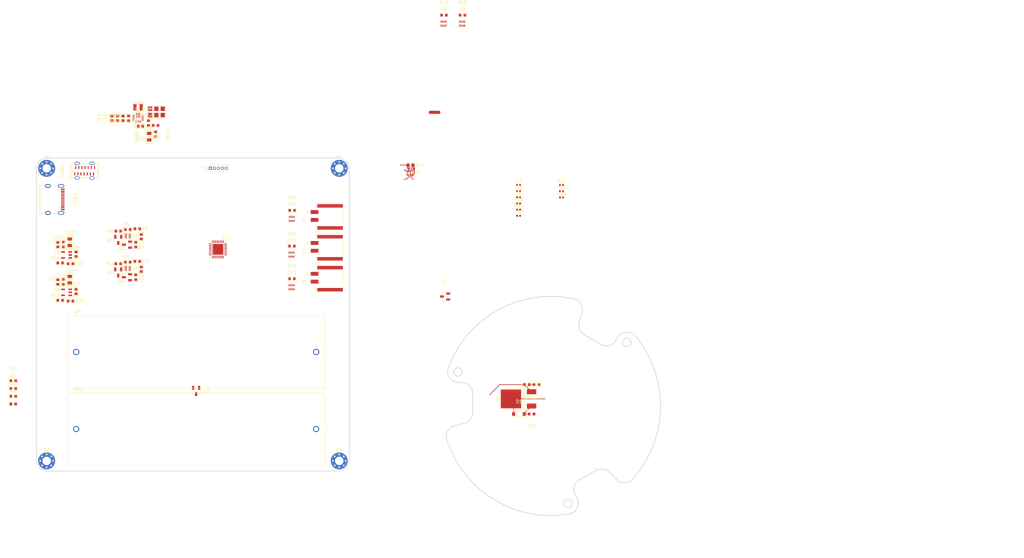
<source format=kicad_pcb>
(kicad_pcb (version 20240108) (generator "pcbnew") (generator_version "8.0")
  (layers (0 "F.Cu" signal) (1 "In1.Cu" signal) (2 "In2.Cu" signal) (31 "B.Cu" signal) (34 "B.Paste" user) (35 "F.Paste" user) (36 "B.SilkS" user "B.Silkscreen") (37 "F.SilkS" user "F.Silkscreen") (38 "B.Mask" user) (39 "F.Mask" user) (44 "Edge.Cuts" user))
  (net 0 "")
  (net 1 "/BQ29700_1/CELL-")
  (net 2 "Net-(U3-BAT)")
  (net 3 "Net-(U4-BAT)")
  (net 4 "/BQ29700_2/CELL-")
  (net 5 "/LM66200_1/VOUT")
  (net 6 "GND")
  (net 7 "CELL_1+")
  (net 8 "CELL_2+")
  (net 9 "Net-(LED1-C)")
  (net 10 "Net-(LED3-C)")
  (net 11 "Net-(Q1-D)")
  (net 12 "Net-(Q1-G)")
  (net 13 "Net-(Q2-G)")
  (net 14 "Net-(Q3-D)")
  (net 15 "Net-(Q3-G)")
  (net 16 "Net-(Q4-G)")
  (net 17 "+3.3V")
  (net 18 "Net-(U15-Vaux)")
  (net 19 "Net-(D1-A)")
  (net 22 "Net-(LED6-A)")
  (net 23 "Net-(LED6-K)")
  (net 24 "/Reverse_Polarity/UVLO_IN")
  (net 25 "/LM66200_1/VIN1")
  (net 26 "Net-(U7-ST)")
  (net 27 "/LM66200_1/VIN2")
  (net 43 "PA0")
  (net 44 "/LM66200_2/VOUT")
  (net 45 "/STM32L432KCUx/+3V3A")
  (net 46 "PA1")
  (net 49 "/STM32L432KCUx/SWDIO")
  (net 50 "/STM32L432KCUx/SWDCLK")
  (net 51 "/STM32L432KCUx/nRST")
  (net 52 "/LM66200_4/VIN1")
  (net 53 "Net-(U8-ST)")
  (net 54 "Net-(USB2-CC1)")
  (net 55 "Net-(USB2-CC2)")
  (net 56 "Net-(U3-V-)")
  (net 57 "~{MCU_LS_1}")
  (net 58 "/LM66200_4/VOUT")
  (net 59 "/STM32L432KCUx/DP")
  (net 60 "Net-(U4-V-)")
  (net 61 "Net-(U5-STAT)")
  (net 62 "Net-(U5-PROG)")
  (net 63 "Net-(U6-STAT)")
  (net 64 "Net-(U6-PROG)")
  (net 65 "/STM32L432KCUx/PA2")
  (net 66 "/STM32L432KCUx/PA3")
  (net 67 "/STM32L432KCUx/PA8")
  (net 68 "Net-(U9-ST)")
  (net 69 "Net-(U10-ST)")
  (net 70 "/STM32L432KCUx/VBUS")
  (net 71 "Net-(U11-PH3)")
  (net 72 "Net-(U13-ST)")
  (net 73 "/STM32L432KCUx/DN")
  (net 74 "Net-(U15-EN)")
  (net 75 "/STM32L432KCUx/I2C1_SCL")
  (net 76 "/STM32L432KCUx/PA4")
  (net 77 "Net-(U15-FB)")
  (net 78 "/STM32L432KCUx/I2C1_SDA")
  (net 79 "+5V")
  (net 80 "PB0")
  (net 83 "PB1")
  (net 92 "/LM66200_5/VIN1")
  (net 93 "Net-(U12-ST)")
  (net 94 "/LM66200_6/VIN1")
  (net 95 "/LM66200_5/VOUT")
  (net 96 "~{MCU_LS_2}")
  (net 97 "~{MCU_LS_3}")
  (net 98 "/LM66200_6/VOUT")
  (net 103 "Net-(U15-L1)")
  (net 104 "Net-(U15-L2)")
  (net 105 "Net-(LED7-A)")
  (footprint "Rocketry_Easyeda:C0603" (layer "F.Cu") (at 33.274 -10.148 180)
    (property "Reference" "C16")
    (property "Value" "100nF 0603")
  )
  (footprint "Rocketry_Easyeda:R0603" (layer "F.Cu") (at 26.162 33.782)
    (property "Reference" "R10")
    (property "Value" "2M 0603")
  )
  (footprint "Rocketry_Easyeda:R0603" (layer "F.Cu") (at -7.366 73.66)
    (property "Reference" "R2")
    (property "Value" "470k 0603")
  )
  (footprint "Rocketry_Easyeda:SOT-23-3_L2.9-W1.3-P1.90-LS2.4-BR" (layer "F.Cu") (at 51.054 74.422 90)
    (property "Reference" "U2")
    (property "Value" "MCP9700AT-E/TT")
  )
  (footprint "Capacitor_SMD:C_0402_1005Metric" (layer "F.Cu") (at 154.059 8.6214)
    (property "Reference" "C7")
    (property "Value" "4.7u")
  )
  (footprint "Rocketry_Easyeda:SOT-23-5_L3.0-W1.7-P0.95-LS2.8-BL" (layer "F.Cu") (at 9.686 30.988 90)
    (property "Reference" "U5")
    (property "Value" "MCP73831T-2ACI/OT")
  )
  (footprint "Rocketry_Easyeda:SOT-583-8_L2.1-W1.2-P0.50-LS1.6-BL" (layer "F.Cu") (at 81.602 19.446)
    (property "Reference" "U10")
    (property "Value" "C3235556 (M66200DRLR)")
  )
  (footprint "Rocketry_Easyeda:SOT-23-3_L2.9-W1.3-P1.90-LS2.4-BR" (layer "F.Cu") (at 28.956 38.1)
    (property "Reference" "Q4")
    (property "Value" "AO3400A")
  )
  (footprint "Connector_PinHeader_1.27mm:PinHeader_1x05_P1.27mm_Vertical" (layer "F.Cu") (at 55.626 3.302 90)
    (property "Reference" "J4")
    (property "Value" "Conn_01x05_Pin")
  )
  (footprint "Capacitor_SMD:C_0402_1005Metric" (layer "F.Cu") (at 154.059 16.5014)
    (property "Reference" "C11")
    (property "Value" "100n")
  )
  (footprint "Rocketry_Easyeda:R0603" (layer "F.Cu") (at 32.268 22.606 180)
    (property "Reference" "R8")
    (property "Value" "330R 0603")
  )
  (footprint "Rocketry_Easyeda:LED0603-RD-YELLOW" (layer "F.Cu") (at 8.636 39.586 -90)
    (property "Reference" "LED3")
    (property "Value" "Yellow")
  )
  (footprint "Package_DFN_QFN:QFN-32-1EP_5x5mm_P0.5mm_EP3.45x3.45mm" (layer "F.Cu") (at 58.0145 29.182)
    (property "Reference" "U11")
    (property "Value" "STM32L432KCUx")
  )
  (footprint "Rocketry_Easyeda:R0603" (layer "F.Cu") (at 158.23 81.788 180)
    (property "Reference" "R27")
    (property "Value" "0603WAF1003T5E (100k 0603)")
  )
  (footprint "Rocketry_Manual:1054301102" (layer "F.Cu") (at 93.675 18.822 90)
    (property "Reference" "J1")
    (property "Value" "Molex_Microfit")
  )
  (footprint "Rocketry_Easyeda:R0603" (layer "F.Cu") (at 35.814 -11.164 90)
    (property "Reference" "R29")
    (property "Value" "470k 0603")
  )
  (footprint "Rocketry_Easyeda:C0603" (layer "F.Cu") (at 33.538 25.146 90)
    (property "Reference" "C1")
    (property "Value" "100nF 0603")
  )
  (footprint "Rocketry_Easyeda:R0603" (layer "F.Cu") (at 130.224 -45.6286)
    (property "Reference" "R19")
    (property "Value" "100k 0603")
  )
  (footprint "Rocketry_Easyeda:SOT-583-8_L2.1-W1.2-P0.50-LS1.6-BL" (layer "F.Cu") (at 81.546 41.28)
    (property "Reference" "U13")
    (property "Value" "C3235556 (M66200DRLR)")
  )
  (footprint "Capacitor_SMD:C_0402_1005Metric" (layer "F.Cu") (at 154.059 14.5314)
    (property "Reference" "C10")
    (property "Value" "10n")
  )
  (footprint "Rocketry_Easyeda:R0603" (layer "F.Cu") (at -7.366 76.13)
    (property "Reference" "R3")
    (property "Value" "470k 0603")
  )
  (footprint "Rocketry_Easyeda:TYPE-C-SMD_918-468K2029Y50001" (layer "F.Cu") (at 15.416 4.06 90)
    (property "Reference" "USB1")
    (property "Value" "TYPE-C 14P LTH10.0")
  )
  (footprint "Rocketry_Manual:BAT_1121" (layer "F.Cu") (at 51.054 86.586)
    (property "Reference" "BT2")
    (property "Value" "Battery_Cell")
  )
  (footprint "Rocketry_Easyeda:C0603" (layer "F.Cu") (at 24.142 -12.676 90)
    (property "Reference" "C13")
    (property "Value" "10uF 0603")
  )
  (footprint "Rocketry_Easyeda:R0603" (layer "F.Cu") (at 7.62 33.528)
    (property "Reference" "R14")
    (property "Value" "2k 0603")
  )
  (footprint "Capacitor_SMD:C_0402_1005Metric" (layer "F.Cu") (at 154.059 10.5914)
    (property "Reference" "C8")
    (property "Value" "100n")
  )
  (footprint "Rocketry_Easyeda:R0603" (layer "F.Cu") (at 81.722 16.731)
    (property "Reference" "R20")
    (property "Value" "100k 0603")
  )
  (footprint "Rocketry_Easyeda:SOD-123_L2.8-W1.8-LS3.7-RD" (layer "F.Cu") (at 154.166 81.788)
    (property "Reference" "D1")
    (property "Value" "BZT52C11-7-F")
  )
  (footprint "Rocketry_Easyeda:R0603" (layer "F.Cu") (at 29.464 -12.676 90)
    (property "Reference" "R28")
    (property "Value" "10k 0603")
  )
  (footprint "Rocketry_Easyeda:SOT-23-3_L2.9-W1.3-P1.90-LS2.4-BR" (layer "F.Cu") (at 28.966 27.686)
    (property "Reference" "Q2")
    (property "Value" "AO3400A")
  )
  (footprint "Rocketry_Easyeda:R0603" (layer "F.Cu") (at 29.21 33.274)
    (property "Reference" "R9")
    (property "Value" "2.2k 0603")
  )
  (footprint "Rocketry_Easyeda:C0603" (layer "F.Cu") (at 6.858 27.686 -90)
    (property "Reference" "C3")
    (property "Value" "4.7uF 0603")
  )
  (footprint "Rocketry_Easyeda:IND-SMD_L2.5-W2.0_MEKK2520TR47M" (layer "F.Cu") (at 32.512 -16.244 180)
    (property "Reference" "U14")
    (property "Value" "1.5uF 2.9A")
  )
  (footprint "MountingHole:MountingHole_2.7mm_M2.5_Pad_Via" (layer "F.Cu") (at 3.302 3.302)
    (property "Reference" "H1")
    (property "Value" "MountingHole_Pad")
  )
  (footprint "Rocketry_Easyeda:LED0603-RD-YELLOW" (layer "F.Cu") (at 8.636 27.648 -90)
    (property "Reference" "LED1")
    (property "Value" "Yellow")
  )
  (footprint "Rocketry_Easyeda:R0603" (layer "F.Cu") (at 81.65 28.151)
    (property "Reference" "R24")
    (property "Value" "100k 0603")
  )
  (footprint "Rocketry_Easyeda:C0805" (layer "F.Cu") (at 38.354 -14.72 90)
    (property "Reference" "C18")
    (property "Value" "22uF 0805")
  )
  (footprint "Rocketry_Easyeda:R0603" (layer "F.Cu") (at 10.922 33.782)
    (property "Reference" "R13")
    (property "Value" "330R 0603")
  )
  (footprint "Rocketry_Easyeda:R0603" (layer "F.Cu") (at 38.1 -10.402 180)
    (property "Reference" "R30")
    (property "Value" "150k 0603")
  )
  (footprint "Rocketry_Easyeda:LED0805-R-RD" (layer "F.Cu") (at 10.668 38.862 -90)
    (property "Reference" "LED4")
    (property "Value" "Green")
  )
  (footprint "Rocketry_Easyeda:SOT-583-8_L2.1-W1.2-P0.50-LS1.6-BL" (layer "F.Cu") (at 81.53 30.866)
    (property "Reference" "U12")
    (property "Value" "C3235556 (M66200DRLR)")
  )
  (footprint "Resistor_SMD:R_0402_1005Metric" (layer "F.Cu") (at 167.789 10.6214)
    (property "Reference" "R22")
    (property "Value" "5.1K")
  )
  (footprint "Rocketry_Easyeda:R0603" (layer "F.Cu") (at -7.366 78.6)
    (property "Reference" "R4")
    (property "Value" "470k 0603")
  )
  (footprint "Rocketry_Easyeda:SOT-583-8_L2.1-W1.2-P0.50-LS1.6-BL" (layer "F.Cu") (at 136.034 -42.9136)
    (property "Reference" "U8")
    (property "Value" "C3235556 (M66200DRLR)")
  )
  (footprint "Rocketry_Easyeda:C0805" (layer "F.Cu") (at 36.328 -14.72 90)
    (property "Reference" "C17")
    (property "Value" "22uF 0805")
  )
  (footprint "Rocketry_Easyeda:R0603" (layer "F.Cu") (at 31.76 27.686 -90)
    (property "Reference" "R7")
    (property "Value" "2M 0603")
  )
  (footprint "Rocketry_Easyeda:R0603" (layer "F.Cu") (at 81.666 38.565)
    (property "Reference" "R25")
    (property "Value" "100k 0603")
  )
  (footprint "Rocketry_Easyeda:R0603" (layer "F.Cu") (at 38.1 -7.574 -90)
    (property "Reference" "R31")
    (property "Value" "330R 0603")
  )
  (footprint "Rocketry_Easyeda:C0603" (layer "F.Cu") (at 25.92 -12.676 90)
    (property "Reference" "C14")
    (property "Value" "10uF 0603")
  )
  (footprint "Rocketry_Easyeda:C0603" (layer "F.Cu") (at 12.7 30.734 90)
    (property "Reference" "C4")
    (property "Value" "4.7uF 0603")
  )
  (footprint "Rocketry_Easyeda:WSON-6_L1.5-W1.5-P0.50-TL" (layer "F.Cu") (at 29.21 35.306)
    (property "Reference" "U4")
    (property "Value" "BQ29700DSER")
  )
  (footprint "Rocketry_Easyeda:R0603" (layer "F.Cu") (at 119.522 2.2678 180)
    (property "Reference" "R17")
    (property "Value" "100k 0603")
  )
  (footprint "Rocketry_Easyeda:LED0603-RD" (layer "F.Cu") (at 159.792 72.39 180)
    (property "Reference" "LED7")
    (property "Value" "KT-0603R (RED)")
  )
  (footprint "Rocketry_Easyeda:TO-252-2_L6.6-W6.1-P4.57-LS10.1-BL" (layer "F.Cu") (at 154.928 76.962 90)
    (property "Reference" "Q5")
    (property "Value" "AP25P06K")
  )
  (footprint "Rocketry_Easyeda:R0603" (layer "F.Cu") (at 32.258 33.02 180)
    (property "Reference" "R12")
    (property "Value" "330R 0603")
  )
  (footprint "Resistor_SMD:R_0402_1005Metric" (layer "F.Cu") (at 167.789 8.6314)
    (property "Reference" "R21")
    (property "Value" "5.1K")
  )
  (footprint "Rocketry_Easyeda:C0603" (layer "F.Cu") (at 6.858 39.624 -90)
    (property "Reference" "C5")
    (property "Value" "4.7uF 0603")
  )
  (footprint "Rocketry_Manual:1054301102" (layer "F.Cu") (at 93.675 28.689 90)
    (property "Reference" "J2")
    (property "Value" "Molex_Microfit")
  )
  (footprint "Rocketry_Easyeda:C0603" (layer "F.Cu") (at 33.528 35.56 90)
    (property "Reference" "C2")
    (property "Value" "100nF 0603")
  )
  (footprint "Resistor_SMD:R_0402_1005Metric" (layer "F.Cu") (at 167.789 12.6114)
    (property "Reference" "R23")
    (property "Value" "5.1K")
  )
  (footprint "Rocketry_Easyeda:SOT-23-3_L2.9-W1.3-P1.90-LS2.4-BR" (layer "F.Cu") (at 26.172 26.162 90)
    (property "Reference" "Q1")
    (property "Value" "AO3400A")
  )
  (footprint "Rocketry_Easyeda:SOT-583-8_L2.1-W1.2-P0.50-LS1.6-BL" (layer "F.Cu") (at 130.104 -42.9136)
    (property "Reference" "U9")
    (property "Value" "C3235556 (M66200DRLR)")
  )
  (footprint "Rocketry_Easyeda:R0603" (layer "F.Cu") (at 10.922 45.72)
    (property "Reference" "R15")
    (property "Value" "330R 0603")
  )
  (footprint "Rocketry_Easyeda:R0603" (layer "F.Cu") (at 31.75 38.1 -90)
    (property "Reference" "R11")
    (property "Value" "2M 0603")
  )
  (footprint "Rocketry_Manual:BAT_1121" (layer "F.Cu") (at 51.054 61.976)
    (property "Reference" "BT1")
    (property "Value" "Battery_Cell")
  )
  (footprint "Capacitor_SMD:C_0402_1005Metric" (layer "F.Cu") (at 154.059 18.4714)
    (property "Reference" "C12")
    (property "Value" "4.7u")
  )
  (footprint "Rocketry_Easyeda:C0603" (layer "F.Cu") (at 12.7 42.672 90)
    (property "Reference" "C6")
    (property "Value" "4.7uF 0603")
  )
  (footprint "Rocketry_Easyeda:C0805" (layer "F.Cu") (at 40.392 -14.72 90)
    (property "Reference" "C19")
    (property "Value" "22uF 0805")
  )
  (footprint "Rocketry_Easyeda:R0603" (layer "F.Cu") (at 26.172 23.368)
    (property "Reference" "R6")
    (property "Value" "2M 0603")
  )
  (footprint "Rocketry_Easyeda:SOT-583-8_L2.1-W1.2-P0.50-LS1.6-BL" (layer "F.Cu") (at 119.256 4.8078 180)
    (property "Reference" "U7")
    (property "Value" "C3235556 (M66200DRLR)")
  )
  (footprint "Rocketry_Easyeda:WSON-6_L1.5-W1.5-P0.50-TL" (layer "F.Cu") (at 29.22 24.892)
    (property "Reference" "U3")
    (property "Value" "BQ29700DSER")
  )
  (footprint "Rocketry_Easyeda:R0603" (layer "F.Cu") (at -7.366 71.19)
    (property "Reference" "R1")
    (property "Value" "470k 0603")
  )
  (footprint "Rocketry_Easyeda:R0603" (layer "F.Cu") (at 156.706 72.39 180)
    (property "Reference" "R26")
    (property "Value" "0603WAF1001T5E (1k 0603)")
  )
  (footprint "MountingHole:MountingHole_2.7mm_M2.5_Pad_Via" (layer "F.Cu") (at 96.774 3.302)
    (property "Reference" "H2")
    (property "Value" "MountingHole_Pad")
  )
  (footprint "Rocketry_Easyeda:USB-C-SMD_TYPE-C-6PIN-2MD-073" (layer "F.Cu") (at 6.077304 13.237941 -90)
    (property "Reference" "USB2")
    (property "Value" "TYPE-C 16PIN 2MD(073)")
  )
  (footprint "MountingHole:MountingHole_2.7mm_M2.5_Pad_Via" (layer "F.Cu") (at 96.774 96.774)
    (property "Reference" "H4")
    (property "Value" "MountingHole_Pad")
  )
  (footprint "Rocketry_Easyeda:R0603" (layer "F.Cu") (at 136.154 -45.6286)
    (property "Reference" "R18")
    (property "Value" "100k 0603")
  )
  (footprint "Rocketry_Easyeda:LED0805-R-RD" (layer "F.Cu") (at 10.668 26.924 -90)
    (property "Reference" "LED2")
    (property "Value" "Green")
  )
  (footprint "MountingHole:MountingHole_2.7mm_M2.5_Pad_Via" (layer "F.Cu") (at 3.302 96.774)
    (property "Reference" "H3")
    (property "Value" "MountingHole_Pad")
  )
  (footprint "Rocketry_Easyeda:R0603" (layer "F.Cu") (at 29.22 22.86)
    (property "Reference" "R5")
    (property "Value" "2.2k 0603")
  )
  (footprint "Rocketry_Easyeda:R0603" (layer "F.Cu") (at 7.62 45.466)
    (property "Reference" "R16")
    (property "Value" "2k 0603")
  )
  (footprint "Rocketry_Easyeda:SOT-23-5_L3.0-W1.7-P0.95-LS2.8-BL" (layer "F.Cu") (at 9.686 42.926 90)
    (property "Reference" "U6")
    (property "Value" "MCP73831T-2ACI/OT")
  )
  (footprint "Rocketry_Easyeda:LED0805-R-RD" (layer "F.Cu") (at 36.068 -6.812 90)
    (property "Reference" "LED6")
    (property "Value" "0805G (Green)")
  )
  (footprint "Rocketry_Easyeda:SOT-23-3_L2.9-W1.3-P1.90-LS2.4-BR" (layer "F.Cu") (at 26.162 36.576 90)
    (property "Reference" "Q3")
    (property "Value" "AO3400A")
  )
  (footprint "Rocketry_Manual:1054301102" (layer "F.Cu") (at 93.675 38.556 90)
    (property "Reference" "J3")
    (property "Value" "Molex_Microfit")
  )
  (footprint "Capacitor_SMD:C_0402_1005Metric" (layer "F.Cu") (at 154.059 12.5614)
    (property "Reference" "C9")
    (property "Value" "100n")
  )
  (footprint "Rocketry_Easyeda:VQFN-HR-15_L3.0-W2.5-P0.50-BL_TPS63070RNMR" (layer "F.Cu") (at 32.512 -12.688)
    (property "Reference" "U15")
    (property "Value" "TPS63070RNMR")
  )
  (footprint "Rocketry_Easyeda:SOT-23-3_L2.9-W1.3-P1.90-LS2.4-BR" (layer "F.Cu") (at 130.57 44.26)
    (property "Reference" "U1")
    (property "Value" "MCP9700AT-E/TT")
  )
  (footprint "Rocketry_Easyeda:C0603" (layer "F.Cu") (at 27.686 -12.676 90)
    (property "Reference" "C15")
    (property "Value" "10uF 0603")
  )
  (gr_line (start 182.999594 100.359419) (end 182.999595 100.359418) (stroke (width 0.2)) (layer "Edge.Cuts"))
  (gr_line (start 3.5 0) (end 96.5 0) (stroke (width 0.2)) (layer "Edge.Cuts"))
  (gr_line (start 96.5 100) (end 3.5 100) (stroke (width 0.2)) (layer "Edge.Cuts"))
  (gr_arc (start 172.689156 108.532422) (mid 172.824459 111.773728) (end 170.239422 113.733804) (stroke (width 0.2)) (layer "Edge.Cuts"))
  (gr_line (start 174.319396 49.306497) (end 173.44629 52.564971) (stroke (width 0.2)) (layer "Edge.Cuts"))
  (gr_line (start 185.171056 58.288294) (end 185.679539 57.407574) (stroke (width 0.2)) (layer "Edge.Cuts"))
  (gr_circle (center 169.895568 110.393786) (end 169.895568 109.043786) (stroke (width 0.2)) (fill none) (layer "Edge.Cuts"))
  (gr_arc (start 96.5 0) (mid 98.974874 1.025126) (end 100 3.5) (stroke (width 0.2)) (layer "Edge.Cuts"))
  (gr_arc (start 131.62927 66.997778) (mid 147.556742 48.553526) (end 171.662298 44.976253) (stroke (width 0.2)) (layer "Edge.Cuts"))
  (gr_arc (start 190.463618 102.6088) (mid 187.953534 103.768664) (end 185.384971 102.744794) (stroke (width 0.2)) (layer "Edge.Cuts"))
  (gr_circle (center 134.693738 68.37) (end 134.693738 67.02) (stroke (width 0.2)) (fill none) (layer "Edge.Cuts"))
  (gr_line (start 185.384971 102.744794) (end 182.999595 100.359418) (stroke (width 0.2)) (layer "Edge.Cuts"))
  (gr_arc (start 175.077032 56.501935) (mid 173.593449 54.810233) (end 173.44629 52.564971) (stroke (width 0.2)) (layer "Edge.Cuts"))
  (gr_line (start 0 96.5) (end 0 3.5) (stroke (width 0.2)) (layer "Edge.Cuts"))
  (gr_line (start 139.425875 81.354864) (end 139.425875 75.22) (stroke (width 0.2)) (layer "Edge.Cuts"))
  (gr_arc (start 0 3.5) (mid 1.025126 1.025126) (end 3.5 0) (stroke (width 0.2)) (layer "Edge.Cuts"))
  (gr_arc (start 178.774721 99.803204) (mid 180.981571 99.364223) (end 182.999594 100.359419) (stroke (width 0.2)) (layer "Edge.Cuts"))
  (gr_circle (center 188.688319 58.896214) (end 188.688319 57.546214) (stroke (width 0.2)) (fill none) (layer "Edge.Cuts"))
  (gr_arc (start 172.180685 107.651726) (mid 171.831031 104.99586) (end 173.461774 102.870635) (stroke (width 0.2)) (layer "Edge.Cuts"))
  (gr_arc (start 185.679539 57.407574) (mid 188.418943 55.669709) (end 191.408932 56.928418) (stroke (width 0.2)) (layer "Edge.Cuts"))
  (gr_arc (start 3.5 100) (mid 1.025126 98.974874) (end 0 96.5) (stroke (width 0.2)) (layer "Edge.Cuts"))
  (gr_line (start 135.925875 71.72) (end 134.909001 71.72) (stroke (width 0.2)) (layer "Edge.Cuts"))
  (gr_arc (start 170.239422 113.733804) (mid 146.302496 109.162334) (end 131.151709 90.074947) (stroke (width 0.2)) (layer "Edge.Cuts"))
  (gr_line (start 172.180685 107.651726) (end 172.689156 108.532422) (stroke (width 0.2)) (layer "Edge.Cuts"))
  (gr_arc (start 135.925875 71.72) (mid 138.400741 72.745134) (end 139.425875 75.22) (stroke (width 0.2)) (layer "Edge.Cuts"))
  (gr_arc (start 191.408932 56.928418) (mid 199.418383 79.944138) (end 190.463618 102.6088) (stroke (width 0.2)) (layer "Edge.Cuts"))
  (gr_arc (start 134.909001 71.72) (mid 132.034309 70.216519) (end 131.62927 66.997778) (stroke (width 0.2)) (layer "Edge.Cuts"))
  (gr_arc (start 171.662298 44.976253) (mid 173.921811 46.570121) (end 174.319396 49.306497) (stroke (width 0.2)) (layer "Edge.Cuts"))
  (gr_line (start 133.573258 85.608712) (end 136.831743 84.735604) (stroke (width 0.2)) (layer "Edge.Cuts"))
  (gr_arc (start 185.171056 58.288294) (mid 183.050075 59.917922) (end 180.397585 59.573757) (stroke (width 0.2)) (layer "Edge.Cuts"))
  (gr_line (start 178.774721 99.803204) (end 178.774721 99.803203) (stroke (width 0.2)) (layer "Edge.Cuts"))
  (gr_line (start 178.774721 99.803203) (end 173.461774 102.870635) (stroke (width 0.2)) (layer "Edge.Cuts"))
  (gr_arc (start 100 96.5) (mid 98.974874 98.974874) (end 96.5 100) (stroke (width 0.2)) (layer "Edge.Cuts"))
  (gr_line (start 175.077032 56.501935) (end 180.397585 59.573757) (stroke (width 0.2)) (layer "Edge.Cuts"))
  (gr_arc (start 131.151709 90.074947) (mid 131.402276 87.321212) (end 133.573258 85.608712) (stroke (width 0.2)) (layer "Edge.Cuts"))
  (gr_arc (start 139.425875 81.354864) (mid 138.702613 83.485529) (end 136.831743 84.735604) (stroke (width 0.2)) (layer "Edge.Cuts"))
  (gr_line (start 100 3.5) (end 100 96.5) (stroke (width 0.2)) (layer "Edge.Cuts"))
  (segment (start 128.6052 -14.5876) (end 125.862 -14.5876) (width 1) (layer "F.Cu") (net 0))
  (segment (start 119.506 6.0278) (end 120.252 6.7738) (width 0.2) (layer "F.Cu") (net 5))
  (segment (start 119.506 5.4478) (end 119.506 5.2558) (width 0.2) (layer "F.Cu") (net 5))
  (segment (start 119.506 5.2558) (end 119.506 6.0278) (width 0.2) (layer "F.Cu") (net 5))
  (segment (start 119.506 4.1678) (end 119.506 5.4478) (width 0.2) (layer "F.Cu") (net 5))
  (segment (start 120.252 6.7738) (end 120.528 6.7738) (width 0.2) (layer "F.Cu") (net 5))
  (segment (start 120.006 3.720198) (end 120.006 4.1678) (width 0.2) (layer "F.Cu") (net 6))
  (segment (start 118.0744 4.1678) (end 118.506 4.1678) (width 0.2) (layer "F.Cu") (net 6))
  (segment (start 118.506 5.4478) (end 118.506 4.1678) (width 0.2) (layer "F.Cu") (net 6))
  (segment (start 119.6136 3.327798) (end 120.006 3.720198) (width 0.2) (layer "F.Cu") (net 6))
  (segment (start 117.8356 3.929) (end 118.0744 4.1678) (width 0.2) (layer "F.Cu") (net 6))
  (via (at 117.8356 3.929) (size 0.6) (drill 0.3) (layers "F.Cu" "B.Cu") (net 6))
  (via (at 119.6136 3.327798) (size 0.6) (drill 0.3) (layers "F.Cu" "B.Cu") (net 6))
  (segment (start 155.856 81.788) (end 155.856 81.604) (width 0.2) (layer "F.Cu") (net 19))
  (segment (start 155.856 81.604) (end 158.218 79.242) (width 0.2) (layer "F.Cu") (net 19))
  (segment (start 155.856 81.788) (end 157.48 81.788) (width 0.2) (layer "F.Cu") (net 19))
  (segment (start 155.956 72.39) (end 148.07 72.39) (width 0.2) (layer "F.Cu") (net 24))
  (segment (start 155.956 72.42) (end 158.218 74.682) (width 0.2) (layer "F.Cu") (net 24))
  (segment (start 148.07 72.39) (end 144.768 75.692) (width 0.2) (layer "F.Cu") (net 24))
  (segment (start 155.956 72.39) (end 155.956 72.42) (width 0.2) (layer "F.Cu") (net 24))
  (segment (start 116.276 2.2678) (end 116.21 2.2018) (width 0.2) (layer "F.Cu") (net 25))
  (segment (start 152.476 77.8) (end 151.638 76.962) (width 0.2) (layer "F.Cu") (net 25))
  (segment (start 152.476 81.788) (end 152.476 77.8) (width 0.2) (layer "F.Cu") (net 25))
  (segment (start 119.006 4.1678) (end 119.006 2.5018) (width 0.2) (layer "F.Cu") (net 25))
  (segment (start 118.772 2.2678) (end 116.276 2.2678) (width 0.2) (layer "F.Cu") (net 25))
  (segment (start 119.006 2.5018) (end 118.772 2.2678) (width 0.2) (layer "F.Cu") (net 25))
  (segment (start 151.638 76.962) (end 162.548 76.962) (width 0.2) (layer "F.Cu") (net 25))
  (segment (start 120.782 4.6718) (end 120.782 2.7778) (width 0.2) (layer "F.Cu") (net 26))
  (segment (start 120.782 2.7778) (end 120.272 2.2678) (width 0.2) (layer "F.Cu") (net 26))
  (segment (start 120.006 5.4478) (end 120.782 4.6718) (width 0.2) (layer "F.Cu") (net 26))
  (segment (start 119.006 6.0278) (end 118.26 6.7738) (width 0.2) (layer "F.Cu") (net 27))
  (segment (start 118.26 6.7738) (end 117.48 6.7738) (width 0.2) (layer "F.Cu") (net 27))
  (segment (start 119.006 5.4478) (end 119.006 6.0278) (width 0.2) (layer "F.Cu") (net 27))
  (segment (start 158.992 72.39) (end 157.456 72.39) (width 0.2) (layer "F.Cu") (net 105))
  (zone (net 25) (net_name "/LM66200_1/VIN1") (layer "F.Cu") (priority 2) (connect_pads yes (clearance 0.2)) (min_thickness 0.25) (fill yes (thermal_gap 0.5) (thermal_bridge_width 0.5) (island_removal_mode 1) (island_area_min 10))
    (polygon (pts (xy 118.2928 1.7954) (xy 119.258 1.7954) (xy 119.258 2.7606) (xy 119.258 3.7258) (xy 119.258 4.6148) (xy 118.75 4.6148) (xy 118.75 3.7258) (xy 118.2928 2.9638)))
  )
  (zone (net 26) (net_name "Net-(U7-ST)") (layer "F.Cu") (connect_pads yes (clearance 0.2)) (min_thickness 0.25) (fill yes (thermal_gap 0.5) (thermal_bridge_width 0.5) (island_removal_mode 1) (island_area_min 10))
    (polygon (pts (xy 120.9344 2.8622) (xy 120.7312 1.7954) (xy 119.8168 1.7954) (xy 119.8168 2.913) (xy 120.3248 3.421) (xy 120.3248 4.691) (xy 119.8168 5.0974) (xy 119.8168 5.961) (xy 120.1724 5.961) (xy 120.9344 5.1482)))
  )
)
</source>
